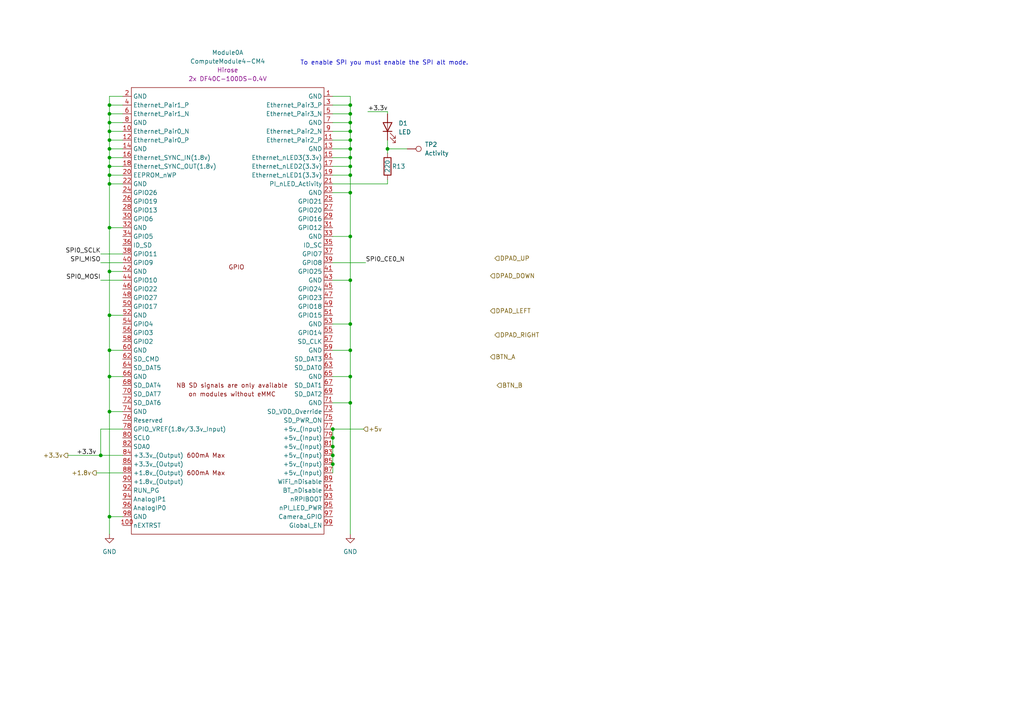
<source format=kicad_sch>
(kicad_sch (version 20210621) (generator eeschema)
  (paper "A4")
  (title_block (title "CM4 GPIO"))
  (lib_symbols
    (symbol "CM4IO:ComputeModule4-CM4"
      (property "Reference" "Module" (at 113.03 -68.58 0))
      (property "Value" "ComputeModule4-CM4" (at 140.97 2.54 0))
      (property "Field4" "Hirose" (at 0 0 0))
      (property "Field5" "2x DF40C-100DS-0.4V" (at 0 -2.54 0))
      (symbol "ComputeModule4-CM4_1_0"
        (text "GPIO" (at 0 6.35 0) (effects (font (size 1.27 1.27))))
      )
      (symbol "ComputeModule4-CM4_1_1"
        (text "600mA Max" (at -8.89 -53.34 0) (effects (font (size 1.27 1.27))))
        (text "600mA Max" (at -8.89 -48.26 0) (effects (font (size 1.27 1.27))))
        (text "NB SD signals are only available" (at -1.27 -27.94 0) (effects (font (size 1.27 1.27))))
        (text "on modules without eMMC" (at -1.27 -30.48 0) (effects (font (size 1.27 1.27))))
        (rectangle (start -30.48 -71.12) (end 25.4 58.42))
        (pin power_in line (at 27.94 55.88 180) (length 2.54) (name "GND") (number "1"))
        (pin passive line (at -33.02 45.72 0) (length 2.54) (name "Ethernet_Pair0_N") (number "10"))
        (pin output line (at -33.02 -68.58 0) (length 2.54) (name "nEXTRST") (number "100"))
        (pin passive line (at 27.94 43.18 180) (length 2.54) (name "Ethernet_Pair2_P") (number "11"))
        (pin passive line (at -33.02 43.18 0) (length 2.54) (name "Ethernet_Pair0_P") (number "12"))
        (pin power_in line (at 27.94 40.64 180) (length 2.54) (name "GND") (number "13"))
        (pin power_in line (at -33.02 40.64 0) (length 2.54) (name "GND") (number "14"))
        (pin output line (at 27.94 38.1 180) (length 2.54) (name "Ethernet_nLED3(3.3v)") (number "15"))
        (pin input line (at -33.02 38.1 0) (length 2.54) (name "Ethernet_SYNC_IN(1.8v)") (number "16"))
        (pin output line (at 27.94 35.56 180) (length 2.54) (name "Ethernet_nLED2(3.3v)") (number "17"))
        (pin input line (at -33.02 35.56 0) (length 2.54) (name "Ethernet_SYNC_OUT(1.8v)") (number "18"))
        (pin output line (at 27.94 33.02 180) (length 2.54) (name "Ethernet_nLED1(3.3v)") (number "19"))
        (pin power_in line (at -33.02 55.88 0) (length 2.54) (name "GND") (number "2"))
        (pin passive line (at -33.02 33.02 0) (length 2.54) (name "EEPROM_nWP") (number "20"))
        (pin open_collector line (at 27.94 30.48 180) (length 2.54) (name "PI_nLED_Activity") (number "21"))
        (pin power_in line (at -33.02 30.48 0) (length 2.54) (name "GND") (number "22"))
        (pin power_in line (at 27.94 27.94 180) (length 2.54) (name "GND") (number "23"))
        (pin passive line (at -33.02 27.94 0) (length 2.54) (name "GPIO26") (number "24"))
        (pin passive line (at 27.94 25.4 180) (length 2.54) (name "GPIO21") (number "25"))
        (pin passive line (at -33.02 25.4 0) (length 2.54) (name "GPIO19") (number "26"))
        (pin passive line (at 27.94 22.86 180) (length 2.54) (name "GPIO20") (number "27"))
        (pin passive line (at -33.02 22.86 0) (length 2.54) (name "GPIO13") (number "28"))
        (pin passive line (at 27.94 20.32 180) (length 2.54) (name "GPIO16") (number "29"))
        (pin passive line (at 27.94 53.34 180) (length 2.54) (name "Ethernet_Pair3_P") (number "3"))
        (pin passive line (at -33.02 20.32 0) (length 2.54) (name "GPIO6") (number "30"))
        (pin passive line (at 27.94 17.78 180) (length 2.54) (name "GPIO12") (number "31"))
        (pin power_in line (at -33.02 17.78 0) (length 2.54) (name "GND") (number "32"))
        (pin power_in line (at 27.94 15.24 180) (length 2.54) (name "GND") (number "33"))
        (pin passive line (at -33.02 15.24 0) (length 2.54) (name "GPIO5") (number "34"))
        (pin passive line (at 27.94 12.7 180) (length 2.54) (name "ID_SC") (number "35"))
        (pin passive line (at -33.02 12.7 0) (length 2.54) (name "ID_SD") (number "36"))
        (pin passive line (at 27.94 10.16 180) (length 2.54) (name "GPIO7") (number "37"))
        (pin passive line (at -33.02 10.16 0) (length 2.54) (name "GPIO11") (number "38"))
        (pin passive line (at 27.94 7.62 180) (length 2.54) (name "GPIO8") (number "39"))
        (pin passive line (at -33.02 53.34 0) (length 2.54) (name "Ethernet_Pair1_P") (number "4"))
        (pin passive line (at -33.02 7.62 0) (length 2.54) (name "GPIO9") (number "40"))
        (pin passive line (at 27.94 5.08 180) (length 2.54) (name "GPIO25") (number "41"))
        (pin power_in line (at -33.02 5.08 0) (length 2.54) (name "GND") (number "42"))
        (pin power_in line (at 27.94 2.54 180) (length 2.54) (name "GND") (number "43"))
        (pin passive line (at -33.02 2.54 0) (length 2.54) (name "GPIO10") (number "44"))
        (pin passive line (at 27.94 0 180) (length 2.54) (name "GPIO24") (number "45"))
        (pin passive line (at -33.02 0 0) (length 2.54) (name "GPIO22") (number "46"))
        (pin passive line (at 27.94 -2.54 180) (length 2.54) (name "GPIO23") (number "47"))
        (pin passive line (at -33.02 -2.54 0) (length 2.54) (name "GPIO27") (number "48"))
        (pin passive line (at 27.94 -5.08 180) (length 2.54) (name "GPIO18") (number "49"))
        (pin passive line (at 27.94 50.8 180) (length 2.54) (name "Ethernet_Pair3_N") (number "5"))
        (pin passive line (at -33.02 -5.08 0) (length 2.54) (name "GPIO17") (number "50"))
        (pin passive line (at 27.94 -7.62 180) (length 2.54) (name "GPIO15") (number "51"))
        (pin power_in line (at -33.02 -7.62 0) (length 2.54) (name "GND") (number "52"))
        (pin power_in line (at 27.94 -10.16 180) (length 2.54) (name "GND") (number "53"))
        (pin passive line (at -33.02 -10.16 0) (length 2.54) (name "GPIO4") (number "54"))
        (pin passive line (at 27.94 -12.7 180) (length 2.54) (name "GPIO14") (number "55"))
        (pin passive line (at -33.02 -12.7 0) (length 2.54) (name "GPIO3") (number "56"))
        (pin passive line (at 27.94 -15.24 180) (length 2.54) (name "SD_CLK") (number "57"))
        (pin passive line (at -33.02 -15.24 0) (length 2.54) (name "GPIO2") (number "58"))
        (pin power_in line (at 27.94 -17.78 180) (length 2.54) (name "GND") (number "59"))
        (pin passive line (at -33.02 50.8 0) (length 2.54) (name "Ethernet_Pair1_N") (number "6"))
        (pin power_in line (at -33.02 -17.78 0) (length 2.54) (name "GND") (number "60"))
        (pin passive line (at 27.94 -20.32 180) (length 2.54) (name "SD_DAT3") (number "61"))
        (pin passive line (at -33.02 -20.32 0) (length 2.54) (name "SD_CMD") (number "62"))
        (pin passive line (at 27.94 -22.86 180) (length 2.54) (name "SD_DAT0") (number "63"))
        (pin passive line (at -33.02 -22.86 0) (length 2.54) (name "SD_DAT5") (number "64"))
        (pin power_in line (at 27.94 -25.4 180) (length 2.54) (name "GND") (number "65"))
        (pin power_in line (at -33.02 -25.4 0) (length 2.54) (name "GND") (number "66"))
        (pin passive line (at 27.94 -27.94 180) (length 2.54) (name "SD_DAT1") (number "67"))
        (pin passive line (at -33.02 -27.94 0) (length 2.54) (name "SD_DAT4") (number "68"))
        (pin passive line (at 27.94 -30.48 180) (length 2.54) (name "SD_DAT2") (number "69"))
        (pin power_in line (at 27.94 48.26 180) (length 2.54) (name "GND") (number "7"))
        (pin passive line (at -33.02 -30.48 0) (length 2.54) (name "SD_DAT7") (number "70"))
        (pin power_in line (at 27.94 -33.02 180) (length 2.54) (name "GND") (number "71"))
        (pin passive line (at -33.02 -33.02 0) (length 2.54) (name "SD_DAT6") (number "72"))
        (pin input line (at 27.94 -35.56 180) (length 2.54) (name "SD_VDD_Override") (number "73"))
        (pin power_in line (at -33.02 -35.56 0) (length 2.54) (name "GND") (number "74"))
        (pin output line (at 27.94 -38.1 180) (length 2.54) (name "SD_PWR_ON") (number "75"))
        (pin passive line (at -33.02 -38.1 0) (length 2.54) (name "Reserved") (number "76"))
        (pin power_in line (at 27.94 -40.64 180) (length 2.54) (name "+5v_(Input)") (number "77"))
        (pin power_in line (at -33.02 -40.64 0) (length 2.54) (name "GPIO_VREF(1.8v/3.3v_Input)") (number "78"))
        (pin power_in line (at 27.94 -43.18 180) (length 2.54) (name "+5v_(Input)") (number "79"))
        (pin power_in line (at -33.02 48.26 0) (length 2.54) (name "GND") (number "8"))
        (pin passive line (at -33.02 -43.18 0) (length 2.54) (name "SCL0") (number "80"))
        (pin power_in line (at 27.94 -45.72 180) (length 2.54) (name "+5v_(Input)") (number "81"))
        (pin passive line (at -33.02 -45.72 0) (length 2.54) (name "SDA0") (number "82"))
        (pin power_in line (at 27.94 -48.26 180) (length 2.54) (name "+5v_(Input)") (number "83"))
        (pin power_out line (at -33.02 -48.26 0) (length 2.54) (name "+3.3v_(Output)") (number "84"))
        (pin power_in line (at 27.94 -50.8 180) (length 2.54) (name "+5v_(Input)") (number "85"))
        (pin power_out line (at -33.02 -50.8 0) (length 2.54) (name "+3.3v_(Output)") (number "86"))
        (pin power_in line (at 27.94 -53.34 180) (length 2.54) (name "+5v_(Input)") (number "87"))
        (pin power_out line (at -33.02 -53.34 0) (length 2.54) (name "+1.8v_(Output)") (number "88"))
        (pin power_in line (at 27.94 -55.88 180) (length 2.54) (name "WiFi_nDisable") (number "89"))
        (pin passive line (at 27.94 45.72 180) (length 2.54) (name "Ethernet_Pair2_N") (number "9"))
        (pin power_out line (at -33.02 -55.88 0) (length 2.54) (name "+1.8v_(Output)") (number "90"))
        (pin power_in line (at 27.94 -58.42 180) (length 2.54) (name "BT_nDisable") (number "91"))
        (pin passive line (at -33.02 -58.42 0) (length 2.54) (name "RUN_PG") (number "92"))
        (pin input line (at 27.94 -60.96 180) (length 2.54) (name "nRPIBOOT") (number "93"))
        (pin passive line (at -33.02 -60.96 0) (length 2.54) (name "AnalogIP1") (number "94"))
        (pin output line (at 27.94 -63.5 180) (length 2.54) (name "nPI_LED_PWR") (number "95"))
        (pin passive line (at -33.02 -63.5 0) (length 2.54) (name "AnalogIP0") (number "96"))
        (pin passive line (at 27.94 -66.04 180) (length 2.54) (name "Camera_GPIO") (number "97"))
        (pin power_in line (at -33.02 -66.04 0) (length 2.54) (name "GND") (number "98"))
        (pin input line (at 27.94 -68.58 180) (length 2.54) (name "Global_EN") (number "99"))
      )
      (symbol "ComputeModule4-CM4_2_1"
        (text "High Speed Serial" (at 140.97 0 0) (effects (font (size 1.27 1.27))))
        (rectangle (start 114.3 -66.04) (end 165.1 63.5))
        (pin input line (at 170.18 60.96 180) (length 5.08) (name "USB_OTG_ID") (number "101"))
        (pin input line (at 109.22 60.96 0) (length 5.08) (name "PCIe_CLK_nREQ") (number "102"))
        (pin passive line (at 170.18 58.42 180) (length 5.08) (name "USB2_N") (number "103"))
        (pin passive line (at 109.22 58.42 0) (length 5.08) (name "Reserved") (number "104"))
        (pin passive line (at 170.18 55.88 180) (length 5.08) (name "USB2_P") (number "105"))
        (pin passive line (at 109.22 55.88 0) (length 5.08) (name "Reserved") (number "106"))
        (pin power_in line (at 170.18 53.34 180) (length 5.08) (name "GND") (number "107"))
        (pin power_in line (at 109.22 53.34 0) (length 5.08) (name "GND") (number "108"))
        (pin bidirectional line (at 170.18 50.8 180) (length 5.08) (name "PCIe_nRST") (number "109"))
        (pin output line (at 109.22 50.8 0) (length 5.08) (name "PCIe_CLK_P") (number "110"))
        (pin passive line (at 170.18 48.26 180) (length 5.08) (name "VDAC_COMP") (number "111"))
        (pin output line (at 109.22 48.26 0) (length 5.08) (name "PCIe_CLK_N") (number "112"))
        (pin power_in line (at 170.18 45.72 180) (length 5.08) (name "GND") (number "113"))
        (pin power_in line (at 109.22 45.72 0) (length 5.08) (name "GND") (number "114"))
        (pin input line (at 170.18 43.18 180) (length 5.08) (name "CAM1_D0_N") (number "115"))
        (pin input line (at 109.22 43.18 0) (length 5.08) (name "PCIe_RX_P") (number "116"))
        (pin input line (at 170.18 40.64 180) (length 5.08) (name "CAM1_D0_P") (number "117"))
        (pin input line (at 109.22 40.64 0) (length 5.08) (name "PCIe_RX_N") (number "118"))
        (pin power_in line (at 170.18 38.1 180) (length 5.08) (name "GND") (number "119"))
        (pin power_in line (at 109.22 38.1 0) (length 5.08) (name "GND") (number "120"))
        (pin input line (at 170.18 35.56 180) (length 5.08) (name "CAM1_D1_N") (number "121"))
        (pin output line (at 109.22 35.56 0) (length 5.08) (name "PCIe_TX_P") (number "122"))
        (pin input line (at 170.18 33.02 180) (length 5.08) (name "CAM1_D1_P") (number "123"))
        (pin output line (at 109.22 33.02 0) (length 5.08) (name "PCIe_TX_N") (number "124"))
        (pin power_in line (at 170.18 30.48 180) (length 5.08) (name "GND") (number "125"))
        (pin power_in line (at 109.22 30.48 0) (length 5.08) (name "GND") (number "126"))
        (pin input line (at 170.18 27.94 180) (length 5.08) (name "CAM1_C_N") (number "127"))
        (pin input line (at 109.22 27.94 0) (length 5.08) (name "CAM0_D0_N") (number "128"))
        (pin input line (at 170.18 25.4 180) (length 5.08) (name "CAM1_C_P") (number "129"))
        (pin input line (at 109.22 25.4 0) (length 5.08) (name "CAM0_D0_P") (number "130"))
        (pin power_in line (at 170.18 22.86 180) (length 5.08) (name "GND") (number "131"))
        (pin power_in line (at 109.22 22.86 0) (length 5.08) (name "GND") (number "132"))
        (pin input line (at 170.18 20.32 180) (length 5.08) (name "CAM1_D2_N") (number "133"))
        (pin input line (at 109.22 20.32 0) (length 5.08) (name "CAM0_D1_N") (number "134"))
        (pin input line (at 170.18 17.78 180) (length 5.08) (name "CAM1_D2_P") (number "135"))
        (pin input line (at 109.22 17.78 0) (length 5.08) (name "CAM0_D1_P") (number "136"))
        (pin power_in line (at 170.18 15.24 180) (length 5.08) (name "GND") (number "137"))
        (pin power_in line (at 109.22 15.24 0) (length 5.08) (name "GND") (number "138"))
        (pin input line (at 170.18 12.7 180) (length 5.08) (name "CAM1_D3_N") (number "139"))
        (pin input line (at 109.22 12.7 0) (length 5.08) (name "CAM0_C_N") (number "140"))
        (pin input line (at 170.18 10.16 180) (length 5.08) (name "CAM1_D3_P") (number "141"))
        (pin input line (at 109.22 10.16 0) (length 5.08) (name "CAM0_C_P") (number "142"))
        (pin input line (at 170.18 7.62 180) (length 5.08) (name "HDMI1_HOTPLUG") (number "143"))
        (pin power_in line (at 109.22 7.62 0) (length 5.08) (name "GND") (number "144"))
        (pin bidirectional line (at 170.18 5.08 180) (length 5.08) (name "HDMI1_SDA") (number "145"))
        (pin output line (at 109.22 5.08 0) (length 5.08) (name "HDMI1_TX2_P") (number "146"))
        (pin open_collector line (at 170.18 2.54 180) (length 5.08) (name "HDMI1_SCL") (number "147"))
        (pin output line (at 109.22 2.54 0) (length 5.08) (name "HDMI1_TX2_N") (number "148"))
        (pin open_collector line (at 170.18 0 180) (length 5.08) (name "HDMI1_CEC") (number "149"))
        (pin power_in line (at 109.22 0 0) (length 5.08) (name "GND") (number "150"))
        (pin open_collector line (at 170.18 -2.54 180) (length 5.08) (name "HDMI0_CEC") (number "151"))
        (pin output line (at 109.22 -2.54 0) (length 5.08) (name "HDMI1_TX1_P") (number "152"))
        (pin input line (at 170.18 -5.08 180) (length 5.08) (name "HDMI0_HOTPLUG") (number "153"))
        (pin output line (at 109.22 -5.08 0) (length 5.08) (name "HDMI1_TX1_N") (number "154"))
        (pin power_in line (at 170.18 -7.62 180) (length 5.08) (name "GND") (number "155"))
        (pin power_in line (at 109.22 -7.62 0) (length 5.08) (name "GND") (number "156"))
        (pin output line (at 170.18 -10.16 180) (length 5.08) (name "DSI0_D0_N") (number "157"))
        (pin output line (at 109.22 -10.16 0) (length 5.08) (name "HDMI1_TX0_P") (number "158"))
        (pin output line (at 170.18 -12.7 180) (length 5.08) (name "DSI0_D0_P") (number "159"))
        (pin output line (at 109.22 -12.7 0) (length 5.08) (name "HDMI1_TX0_N") (number "160"))
        (pin power_in line (at 170.18 -15.24 180) (length 5.08) (name "GND") (number "161"))
        (pin power_in line (at 109.22 -15.24 0) (length 5.08) (name "GND") (number "162"))
        (pin output line (at 170.18 -17.78 180) (length 5.08) (name "DSI0_D1_N") (number "163"))
        (pin output line (at 109.22 -17.78 0) (length 5.08) (name "HDMI1_CLK_P") (number "164"))
        (pin output line (at 170.18 -20.32 180) (length 5.08) (name "DSI0_D1_P") (number "165"))
        (pin output line (at 109.22 -20.32 0) (length 5.08) (name "HDMI1_CLK_N") (number "166"))
        (pin power_in line (at 170.18 -22.86 180) (length 5.08) (name "GND") (number "167"))
        (pin power_in line (at 109.22 -22.86 0) (length 5.08) (name "GND") (number "168"))
        (pin output line (at 170.18 -25.4 180) (length 5.08) (name "DSI0_C_N") (number "169"))
        (pin output line (at 109.22 -25.4 0) (length 5.08) (name "HDMI0_TX2_P") (number "170"))
        (pin output line (at 170.18 -27.94 180) (length 5.08) (name "DSI0_C_P") (number "171"))
        (pin output line (at 109.22 -27.94 0) (length 5.08) (name "HDMI0_TX2_N") (number "172"))
        (pin power_in line (at 170.18 -30.48 180) (length 5.08) (name "GND") (number "173"))
        (pin power_in line (at 109.22 -30.48 0) (length 5.08) (name "GND") (number "174"))
        (pin output line (at 170.18 -33.02 180) (length 5.08) (name "DSI1_D0_N") (number "175"))
        (pin output line (at 109.22 -33.02 0) (length 5.08) (name "HDMI0_TX1_P") (number "176"))
        (pin output line (at 170.18 -35.56 180) (length 5.08) (name "DSI1_D0_P") (number "177"))
        (pin output line (at 109.22 -35.56 0) (length 5.08) (name "HDMI0_TX1_N") (number "178"))
        (pin power_in line (at 170.18 -38.1 180) (length 5.08) (name "GND") (number "179"))
        (pin power_in line (at 109.22 -38.1 0) (length 5.08) (name "GND") (number "180"))
        (pin output line (at 170.18 -40.64 180) (length 5.08) (name "DSI1_D1_N") (number "181"))
        (pin output line (at 109.22 -40.64 0) (length 5.08) (name "HDMI0_TX0_P") (number "182"))
        (pin output line (at 170.18 -43.18 180) (length 5.08) (name "DSI1_D1_P") (number "183"))
        (pin output line (at 109.22 -43.18 0) (length 5.08) (name "HDMI0_TX0_N") (number "184"))
        (pin power_in line (at 170.18 -45.72 180) (length 5.08) (name "GND") (number "185"))
        (pin power_in line (at 109.22 -45.72 0) (length 5.08) (name "GND") (number "186"))
        (pin output line (at 170.18 -48.26 180) (length 5.08) (name "DSI1_C_N") (number "187"))
        (pin output line (at 109.22 -48.26 0) (length 5.08) (name "HDMI0_CLK_P") (number "188"))
        (pin output line (at 170.18 -50.8 180) (length 5.08) (name "DSI1_C_P") (number "189"))
        (pin output line (at 109.22 -50.8 0) (length 5.08) (name "HDMI0_CLK_N") (number "190"))
        (pin power_in line (at 170.18 -53.34 180) (length 5.08) (name "GND") (number "191"))
        (pin power_in line (at 109.22 -53.34 0) (length 5.08) (name "GND") (number "192"))
        (pin output line (at 170.18 -55.88 180) (length 5.08) (name "DSI1_D2_N") (number "193"))
        (pin output line (at 109.22 -55.88 0) (length 5.08) (name "DSI1_D3_N") (number "194"))
        (pin output line (at 170.18 -58.42 180) (length 5.08) (name "DSI1_D2_P") (number "195"))
        (pin output line (at 109.22 -58.42 0) (length 5.08) (name "DSI1_D3_P") (number "196"))
        (pin power_in line (at 170.18 -60.96 180) (length 5.08) (name "GND") (number "197"))
        (pin power_in line (at 109.22 -60.96 0) (length 5.08) (name "GND") (number "198"))
        (pin bidirectional line (at 170.18 -63.5 180) (length 5.08) (name "HDMI0_SDA") (number "199"))
        (pin open_collector line (at 109.22 -63.5 0) (length 5.08) (name "HDMI0_SCL") (number "200"))
      )
    )
    (symbol "Connector:TestPoint" (pin_numbers hide) (pin_names (offset 0.762) hide)
      (property "Reference" "TP" (at 0 6.858 0))
      (property "Value" "TestPoint" (at 0 5.08 0))
      (symbol "TestPoint_0_1"
        (circle (center 0 3.302) (radius 0.762))
      )
      (symbol "TestPoint_1_1"
        (pin passive line (at 0 0 90) (length 2.54) (name "1") (number "1"))
      )
    )
    (symbol "Device:LED" (pin_numbers hide) (pin_names (offset 1.016) hide)
      (property "Reference" "D" (at 0 2.54 0))
      (property "Value" "LED" (at 0 -2.54 0))
      (symbol "LED_0_1"
        (polyline (pts (xy -1.27 -1.27) (xy -1.27 1.27)) (stroke (width 0.254)))
        (polyline (pts (xy -1.27 0) (xy 1.27 0)))
        (polyline (pts (xy 1.27 -1.27) (xy 1.27 1.27) (xy -1.27 0) (xy 1.27 -1.27)) (stroke (width 0.254)))
        (polyline (pts (xy -3.048 -0.762) (xy -4.572 -2.286) (xy -3.81 -2.286) (xy -4.572 -2.286) (xy -4.572 -1.524)))
        (polyline (pts (xy -1.778 -0.762) (xy -3.302 -2.286) (xy -2.54 -2.286) (xy -3.302 -2.286) (xy -3.302 -1.524)))
      )
      (symbol "LED_1_1"
        (pin passive line (at -3.81 0 0) (length 2.54) (name "K") (number "1"))
        (pin passive line (at 3.81 0 180) (length 2.54) (name "A") (number "2"))
      )
    )
    (symbol "Device:R" (pin_numbers hide) (pin_names (offset 0))
      (property "Reference" "R" (at 2.032 0 90))
      (property "Value" "R" (at 0 0 90))
      (symbol "R_0_1"
        (rectangle (start -1.016 -2.54) (end 1.016 2.54) (stroke (width 0.254)))
      )
      (symbol "R_1_1"
        (pin passive line (at 0 3.81 270) (length 1.27) (name "~") (number "1"))
        (pin passive line (at 0 -3.81 90) (length 1.27) (name "~") (number "2"))
      )
    )
    (symbol "power:GND" (power) (pin_names (offset 0))
      (property "Value" "GND" (at 0 -3.81 0))
      (symbol "GND_0_1"
        (polyline (pts (xy 0 0) (xy 0 -1.27) (xy 1.27 -1.27) (xy 0 -2.54) (xy -1.27 -1.27) (xy 0 -1.27)))
      )
      (symbol "GND_1_1"
        (pin power_in line (at 0 0 270) (length 0) hide (name "GND") (number "1"))
      )
    )
  )
  (junction (at 29.21 132.08) (diameter 0.9144))
  (junction (at 31.75 30.48) (diameter 0.9144))
  (junction (at 31.75 33.02) (diameter 0.9144))
  (junction (at 31.75 35.56) (diameter 0.9144))
  (junction (at 31.75 38.1) (diameter 0.9144))
  (junction (at 31.75 40.64) (diameter 0.9144))
  (junction (at 31.75 43.18) (diameter 0.9144))
  (junction (at 31.75 45.72) (diameter 0.9144))
  (junction (at 31.75 48.26) (diameter 0.9144))
  (junction (at 31.75 50.8) (diameter 0.9144))
  (junction (at 31.75 53.34) (diameter 0.9144))
  (junction (at 31.75 66.04) (diameter 0.9144))
  (junction (at 31.75 78.74) (diameter 0.9144))
  (junction (at 31.75 91.44) (diameter 0.9144))
  (junction (at 31.75 101.6) (diameter 0.9144))
  (junction (at 31.75 109.22) (diameter 0.9144))
  (junction (at 31.75 119.38) (diameter 0.9144))
  (junction (at 31.75 149.86) (diameter 0.9144))
  (junction (at 96.52 124.46) (diameter 0.9144))
  (junction (at 96.52 127) (diameter 0.9144))
  (junction (at 96.52 129.54) (diameter 0.9144))
  (junction (at 96.52 132.08) (diameter 0.9144))
  (junction (at 96.52 134.62) (diameter 0.9144))
  (junction (at 101.6 30.48) (diameter 0.9144))
  (junction (at 101.6 33.02) (diameter 0.9144))
  (junction (at 101.6 35.56) (diameter 0.9144))
  (junction (at 101.6 38.1) (diameter 0.9144))
  (junction (at 101.6 40.64) (diameter 0.9144))
  (junction (at 101.6 43.18) (diameter 0.9144))
  (junction (at 101.6 45.72) (diameter 0.9144))
  (junction (at 101.6 48.26) (diameter 0.9144))
  (junction (at 101.6 50.8) (diameter 0.9144))
  (junction (at 101.6 55.88) (diameter 0.9144))
  (junction (at 101.6 68.58) (diameter 0.9144))
  (junction (at 101.6 81.28) (diameter 0.9144))
  (junction (at 101.6 93.98) (diameter 0.9144))
  (junction (at 101.6 101.6) (diameter 0.9144))
  (junction (at 101.6 109.22) (diameter 0.9144))
  (junction (at 101.6 116.84) (diameter 0.9144))
  (junction (at 112.395 43.18) (diameter 0.9144))
  (wire (pts (xy 19.685 132.08) (xy 29.21 132.08)))
  (wire (pts (xy 27.94 137.16) (xy 35.56 137.16)))
  (wire (pts (xy 29.21 73.66) (xy 35.56 73.66)))
  (wire (pts (xy 29.21 76.2) (xy 35.56 76.2)))
  (wire (pts (xy 29.21 81.28) (xy 35.56 81.28)))
  (wire (pts (xy 29.21 124.46) (xy 29.21 132.08)))
  (wire (pts (xy 29.21 124.46) (xy 35.56 124.46)))
  (wire (pts (xy 29.21 132.08) (xy 35.56 132.08)))
  (wire (pts (xy 31.75 27.94) (xy 31.75 30.48)))
  (wire (pts (xy 31.75 30.48) (xy 31.75 33.02)))
  (wire (pts (xy 31.75 30.48) (xy 35.56 30.48)))
  (wire (pts (xy 31.75 33.02) (xy 31.75 35.56)))
  (wire (pts (xy 31.75 33.02) (xy 35.56 33.02)))
  (wire (pts (xy 31.75 35.56) (xy 31.75 38.1)))
  (wire (pts (xy 31.75 35.56) (xy 35.56 35.56)))
  (wire (pts (xy 31.75 38.1) (xy 31.75 40.64)))
  (wire (pts (xy 31.75 38.1) (xy 35.56 38.1)))
  (wire (pts (xy 31.75 40.64) (xy 31.75 43.18)))
  (wire (pts (xy 31.75 40.64) (xy 35.56 40.64)))
  (wire (pts (xy 31.75 43.18) (xy 31.75 45.72)))
  (wire (pts (xy 31.75 43.18) (xy 35.56 43.18)))
  (wire (pts (xy 31.75 45.72) (xy 31.75 48.26)))
  (wire (pts (xy 31.75 48.26) (xy 31.75 50.8)))
  (wire (pts (xy 31.75 48.26) (xy 35.56 48.26)))
  (wire (pts (xy 31.75 50.8) (xy 31.75 53.34)))
  (wire (pts (xy 31.75 50.8) (xy 35.56 50.8)))
  (wire (pts (xy 31.75 53.34) (xy 31.75 66.04)))
  (wire (pts (xy 31.75 53.34) (xy 35.56 53.34)))
  (wire (pts (xy 31.75 66.04) (xy 31.75 78.74)))
  (wire (pts (xy 31.75 66.04) (xy 35.56 66.04)))
  (wire (pts (xy 31.75 78.74) (xy 31.75 91.44)))
  (wire (pts (xy 31.75 78.74) (xy 35.56 78.74)))
  (wire (pts (xy 31.75 91.44) (xy 31.75 101.6)))
  (wire (pts (xy 31.75 91.44) (xy 35.56 91.44)))
  (wire (pts (xy 31.75 101.6) (xy 31.75 109.22)))
  (wire (pts (xy 31.75 101.6) (xy 35.56 101.6)))
  (wire (pts (xy 31.75 109.22) (xy 31.75 119.38)))
  (wire (pts (xy 31.75 109.22) (xy 35.56 109.22)))
  (wire (pts (xy 31.75 119.38) (xy 31.75 149.86)))
  (wire (pts (xy 31.75 119.38) (xy 35.56 119.38)))
  (wire (pts (xy 31.75 149.86) (xy 31.75 154.94)))
  (wire (pts (xy 31.75 149.86) (xy 35.56 149.86)))
  (wire (pts (xy 35.56 27.94) (xy 31.75 27.94)))
  (wire (pts (xy 35.56 45.72) (xy 31.75 45.72)))
  (wire (pts (xy 96.52 27.94) (xy 101.6 27.94)))
  (wire (pts (xy 96.52 30.48) (xy 101.6 30.48)))
  (wire (pts (xy 96.52 33.02) (xy 101.6 33.02)))
  (wire (pts (xy 96.52 35.56) (xy 101.6 35.56)))
  (wire (pts (xy 96.52 38.1) (xy 101.6 38.1)))
  (wire (pts (xy 96.52 40.64) (xy 101.6 40.64)))
  (wire (pts (xy 96.52 43.18) (xy 101.6 43.18)))
  (wire (pts (xy 96.52 45.72) (xy 101.6 45.72)))
  (wire (pts (xy 96.52 48.26) (xy 101.6 48.26)))
  (wire (pts (xy 96.52 50.8) (xy 101.6 50.8)))
  (wire (pts (xy 96.52 53.34) (xy 112.395 53.34)))
  (wire (pts (xy 96.52 55.88) (xy 101.6 55.88)))
  (wire (pts (xy 96.52 68.58) (xy 101.6 68.58)))
  (wire (pts (xy 96.52 76.2) (xy 106.045 76.2)))
  (wire (pts (xy 96.52 81.28) (xy 101.6 81.28)))
  (wire (pts (xy 96.52 93.98) (xy 101.6 93.98)))
  (wire (pts (xy 96.52 101.6) (xy 101.6 101.6)))
  (wire (pts (xy 96.52 109.22) (xy 101.6 109.22)))
  (wire (pts (xy 96.52 116.84) (xy 101.6 116.84)))
  (wire (pts (xy 96.52 124.46) (xy 96.52 127)))
  (wire (pts (xy 96.52 127) (xy 96.52 129.54)))
  (wire (pts (xy 96.52 129.54) (xy 96.52 132.08)))
  (wire (pts (xy 96.52 132.08) (xy 96.52 134.62)))
  (wire (pts (xy 96.52 134.62) (xy 96.52 137.16)))
  (wire (pts (xy 101.6 27.94) (xy 101.6 30.48)))
  (wire (pts (xy 101.6 30.48) (xy 101.6 33.02)))
  (wire (pts (xy 101.6 33.02) (xy 101.6 35.56)))
  (wire (pts (xy 101.6 35.56) (xy 101.6 38.1)))
  (wire (pts (xy 101.6 38.1) (xy 101.6 40.64)))
  (wire (pts (xy 101.6 40.64) (xy 101.6 43.18)))
  (wire (pts (xy 101.6 43.18) (xy 101.6 45.72)))
  (wire (pts (xy 101.6 45.72) (xy 101.6 48.26)))
  (wire (pts (xy 101.6 48.26) (xy 101.6 50.8)))
  (wire (pts (xy 101.6 50.8) (xy 101.6 55.88)))
  (wire (pts (xy 101.6 55.88) (xy 101.6 68.58)))
  (wire (pts (xy 101.6 68.58) (xy 101.6 81.28)))
  (wire (pts (xy 101.6 81.28) (xy 101.6 93.98)))
  (wire (pts (xy 101.6 93.98) (xy 101.6 101.6)))
  (wire (pts (xy 101.6 101.6) (xy 101.6 109.22)))
  (wire (pts (xy 101.6 109.22) (xy 101.6 116.84)))
  (wire (pts (xy 101.6 116.84) (xy 101.6 154.94)))
  (wire (pts (xy 105.41 124.46) (xy 96.52 124.46)))
  (wire (pts (xy 106.68 32.385) (xy 112.395 32.385)))
  (wire (pts (xy 112.395 32.385) (xy 112.395 33.02)))
  (wire (pts (xy 112.395 40.64) (xy 112.395 43.18)))
  (wire (pts (xy 112.395 43.18) (xy 112.395 44.45)))
  (wire (pts (xy 112.395 43.18) (xy 118.11 43.18)))
  (wire (pts (xy 112.395 52.07) (xy 112.395 53.34)))
  (text "To enable SPI you must enable the SPI alt mode." (at 135.89 19.05 180) (effects (font (size 1.27 1.27)) (justify right bottom)))
  (label "+3.3v" (at 27.94 132.08 180))
  (label "SPI0_SCLK" (at 29.21 73.66 180))
  (label "SPI_MISO" (at 29.21 76.2 180))
  (label "SPI0_MOSI" (at 29.21 81.28 180))
  (label "SPI0_CE0_N" (at 106.045 76.2 0))
  (label "+3.3v" (at 106.68 32.385 0))
  (hierarchical_label "+3.3v" (shape output) (at 19.685 132.08 180))
  (hierarchical_label "+1.8v" (shape output) (at 27.94 137.16 180))
  (hierarchical_label "+5v" (shape input) (at 105.41 124.46 0))
  (hierarchical_label "DPAD_DOWN" (shape input) (at 142.24 80.01 0))
  (hierarchical_label "DPAD_LEFT" (shape input) (at 142.24 90.17 0))
  (hierarchical_label "BTN_A" (shape input) (at 142.24 103.505 0))
  (hierarchical_label "DPAD_UP" (shape input) (at 143.51 74.93 0))
  (hierarchical_label "DPAD_RIGHT" (shape input) (at 143.51 97.155 0))
  (hierarchical_label "BTN_B" (shape input) (at 144.145 111.76 0))
  (symbol (lib_id "Connector:TestPoint") (at 118.11 43.18 270) (unit 1)
    (property "Reference" "TP2" (at 123.19 41.9099 90) (effects (justify left)))
    (property "Value" "Activity" (at 123.19 44.4499 90) (effects (justify left)))
    (property "Footprint" "TestPoint:TestPoint_Pad_2.0x2.0mm" (effects hide))
  )
  (symbol (lib_id "power:GND") (at 31.75 154.94 0) (unit 1)
    (property "Reference" "#PWR01" (effects hide))
    (property "Value" "GND" (at 31.75 160.02 0))
  )
  (symbol (lib_id "power:GND") (at 101.6 154.94 0) (unit 1)
    (property "Reference" "#PWR02" (effects hide))
    (property "Value" "GND" (at 101.6 160.02 0))
  )
  (symbol (lib_id "Device:R") (at 112.395 48.26 180) (unit 1)
    (property "Reference" "R13" (at 113.665 48.2599 0) (effects (justify right)))
    (property "Value" "220" (at 112.395 50.1649 90) (effects (justify right)))
    (property "Footprint" "Resistor_SMD:R_0805_2012Metric_Pad1.20x1.40mm_HandSolder" (effects hide))
  )
  (symbol (lib_id "Device:LED") (at 112.395 36.83 90) (unit 1)
    (property "Reference" "D1" (at 115.57 35.7504 90) (effects (justify right)))
    (property "Value" "LED" (at 115.57 38.2904 90) (effects (justify right)))
    (property "Footprint" "LED_SMD:LED_0805_2012Metric_Pad1.15x1.40mm_HandSolder" (effects hide))
  )
  (symbol (lib_id "CM4IO:ComputeModule4-CM4") (at 68.58 83.82 0) (unit 1)
    (property "Reference" "Module0" (at 66.04 15.24 0))
    (property "Value" "ComputeModule4-CM4" (at 66.04 17.78 0))
    (property "Footprint" "CM4IO:Raspberry-Pi-4-Compute-Module" (effects hide))
    (property "Field4" "Hirose" (at 66.04 20.32 0))
    (property "Field5" "2x DF40C-100DS-0.4V" (at 66.04 22.86 0))
  )
)
</source>
